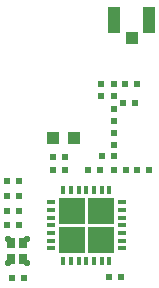
<source format=gbr>
G04 #@! TF.GenerationSoftware,KiCad,Pcbnew,5.1.0-rc1-unknown-9a8afdf~76~ubuntu18.04.1*
G04 #@! TF.CreationDate,2019-02-21T15:29:12+02:00
G04 #@! TF.ProjectId,MOD-LoRa_RevB,4d4f442d-4c6f-4526-915f-526576422e6b,rev?*
G04 #@! TF.SameCoordinates,Original*
G04 #@! TF.FileFunction,Paste,Top*
G04 #@! TF.FilePolarity,Positive*
%FSLAX46Y46*%
G04 Gerber Fmt 4.6, Leading zero omitted, Abs format (unit mm)*
G04 Created by KiCad (PCBNEW 5.1.0-rc1-unknown-9a8afdf~76~ubuntu18.04.1) date 2019-02-21 15:29:12*
%MOMM*%
%LPD*%
G04 APERTURE LIST*
%ADD10R,2.200000X2.200000*%
%ADD11R,0.335000X0.760000*%
%ADD12R,0.760000X0.335000*%
%ADD13R,1.049746X2.199746*%
%ADD14R,1.049746X1.049746*%
%ADD15R,1.015746X1.015746*%
%ADD16R,0.549746X0.499746*%
%ADD17C,0.549746*%
%ADD18R,0.749746X0.849746*%
%ADD19R,0.499746X0.549746*%
G04 APERTURE END LIST*
D10*
X129248000Y-109779141D03*
X129248000Y-107379141D03*
X126848000Y-109779141D03*
X126848000Y-107379141D03*
D11*
X126098000Y-105579141D03*
X126748000Y-105579141D03*
X127398000Y-105579141D03*
X128048000Y-105579141D03*
X128698000Y-105579141D03*
X129348000Y-105579141D03*
X129998000Y-105579141D03*
D12*
X131048000Y-106629141D03*
X131048000Y-107279141D03*
X131048000Y-107929141D03*
X131048000Y-108579141D03*
X131048000Y-109229141D03*
X131048000Y-109879141D03*
X131048000Y-110529141D03*
D11*
X129998000Y-111579141D03*
X129348000Y-111579141D03*
X128698000Y-111579141D03*
X128048000Y-111579141D03*
X127398000Y-111579141D03*
X126748000Y-111579141D03*
X126098000Y-111579141D03*
D12*
X125048000Y-110529141D03*
X125048000Y-109879141D03*
X125048000Y-109229141D03*
X125048000Y-108579141D03*
X125048000Y-107929141D03*
X125048000Y-107279141D03*
X125048000Y-106629141D03*
D13*
X130385000Y-91192741D03*
X133385000Y-91192741D03*
D14*
X131885000Y-92692741D03*
D15*
X125211000Y-101180000D03*
X126989000Y-101180000D03*
D16*
X130390000Y-96609000D03*
X130390000Y-97625000D03*
D17*
X121375000Y-111804141D03*
X121375000Y-109754141D03*
X123025000Y-109754141D03*
X123025000Y-111804141D03*
D18*
X121675000Y-111454141D03*
X121675000Y-110104141D03*
X122725000Y-110104141D03*
X122725000Y-111454141D03*
D16*
X130390000Y-98692000D03*
X130390000Y-99708000D03*
D19*
X132300000Y-103900000D03*
X133316000Y-103900000D03*
X129392000Y-102750000D03*
X130408000Y-102750000D03*
X126234141Y-102759000D03*
X125218141Y-102759000D03*
X129208000Y-103930000D03*
X128192000Y-103930000D03*
X130392000Y-103900000D03*
X131408000Y-103900000D03*
X132358000Y-96600000D03*
X131342000Y-96600000D03*
D16*
X129250000Y-97628000D03*
X129250000Y-96612000D03*
D19*
X132208000Y-98200000D03*
X131192000Y-98200000D03*
D16*
X130390000Y-101748000D03*
X130390000Y-100732000D03*
D19*
X126234141Y-103902000D03*
X125218141Y-103902000D03*
X131012800Y-112943541D03*
X129996800Y-112943541D03*
X121310000Y-107330140D03*
X122326000Y-107330140D03*
X121310000Y-104790141D03*
X122326000Y-104790141D03*
X121310000Y-106060141D03*
X122326000Y-106060141D03*
X121310000Y-108579141D03*
X122326000Y-108579141D03*
X121767000Y-113029141D03*
X122783000Y-113029141D03*
M02*

</source>
